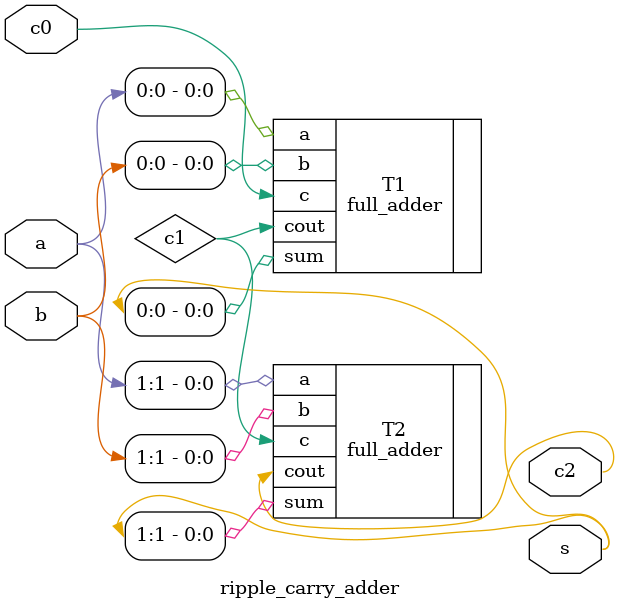
<source format=v>
`timescale 1ns / 1ps
module ripple_carry_adder(
    input [1:0] a,
    input [1:0] b,
    input c0,
    output c2,
    output [1:0] s
    );

    wire c1;

    full_adder T1(.a(a[0]), .b(b[0]), .c(c0), .sum(s[0]), .cout(c1));
    full_adder T2(.a(a[1]), .b(b[1]), .c(c1), .sum(s[1]), .cout(c2));

endmodule

</source>
